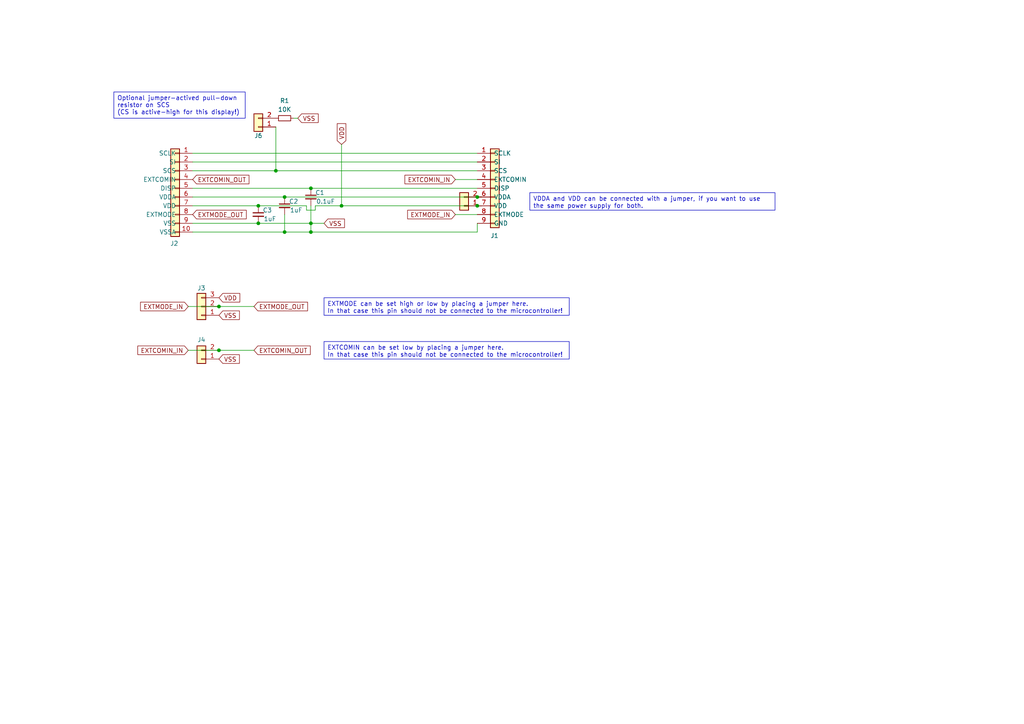
<source format=kicad_sch>
(kicad_sch (version 20231120) (generator "eeschema") (generator_version "8.0")
  (paper "A4")
  (lib_symbols
    (symbol "Connector_Generic:Conn_01x02" (pin_names (offset 1.016) hide)
      (property "Reference" "J" (at 0 2.54 0))
      (property "Value" "Conn_01x02" (at 0 -5.08 0))
      (symbol "Conn_01x02_1_1"
        (rectangle (start -1.27 -2.413) (end 0 -2.667) (stroke (width 0.1524)))
        (rectangle (start -1.27 0.127) (end 0 -0.127) (stroke (width 0.1524)))
        (rectangle (start -1.27 1.27) (end 1.27 -3.81) (stroke (width 0.254)) (fill (type background)))
        (pin passive line (at -5.08 0 0) (length 3.81) (name "Pin_1") (number "1"))
        (pin passive line (at -5.08 -2.54 0) (length 3.81) (name "Pin_2") (number "2"))
      )
    )
    (symbol "Connector_Generic:Conn_01x03" (pin_names (offset 1.016) hide)
      (property "Reference" "J" (at 0 5.08 0))
      (property "Value" "Conn_01x03" (at 0 -5.08 0))
      (symbol "Conn_01x03_1_1"
        (rectangle (start -1.27 -2.413) (end 0 -2.667) (stroke (width 0.1524)))
        (rectangle (start -1.27 0.127) (end 0 -0.127) (stroke (width 0.1524)))
        (rectangle (start -1.27 2.667) (end 0 2.413) (stroke (width 0.1524)))
        (rectangle (start -1.27 3.81) (end 1.27 -3.81) (stroke (width 0.254)) (fill (type background)))
        (pin passive line (at -5.08 2.54 0) (length 3.81) (name "Pin_1") (number "1"))
        (pin passive line (at -5.08 0 0) (length 3.81) (name "Pin_2") (number "2"))
        (pin passive line (at -5.08 -2.54 0) (length 3.81) (name "Pin_3") (number "3"))
      )
    )
    (symbol "Connector_Generic:Conn_01x09" (pin_names (offset 1.016))
      (property "Reference" "J1" (at 2.54 1.2701 0))
      (property "Value" "Conn_01x09" (at 2.54 -1.2699 0))
      (symbol "Conn_01x09_1_1"
        (rectangle (start -1.27 -10.033) (end 0 -10.287) (stroke (width 0.1524)))
        (rectangle (start -1.27 -7.493) (end 0 -7.747) (stroke (width 0.1524)))
        (rectangle (start -1.27 -4.953) (end 0 -5.207) (stroke (width 0.1524)))
        (rectangle (start -1.27 -2.413) (end 0 -2.667) (stroke (width 0.1524)))
        (rectangle (start -1.27 0.127) (end 0 -0.127) (stroke (width 0.1524)))
        (rectangle (start -1.27 2.667) (end 0 2.413) (stroke (width 0.1524)))
        (rectangle (start -1.27 5.207) (end 0 4.953) (stroke (width 0.1524)))
        (rectangle (start -1.27 7.747) (end 0 7.493) (stroke (width 0.1524)))
        (rectangle (start -1.27 10.287) (end 0 10.033) (stroke (width 0.1524)))
        (rectangle (start -1.27 11.43) (end 1.27 -11.43) (stroke (width 0.254)) (fill (type background)))
        (pin passive line (at -5.08 10.16 0) (length 3.81) (name "SCLK") (number "1"))
        (pin passive line (at -5.08 7.62 0) (length 3.81) (name "SI") (number "2"))
        (pin passive line (at -5.08 5.08 0) (length 3.81) (name "SCS") (number "3"))
        (pin passive line (at -5.08 2.54 0) (length 3.81) (name "EXTCOMIN") (number "4"))
        (pin passive line (at -5.08 0 0) (length 3.81) (name "DISP") (number "5"))
        (pin passive line (at -5.08 -2.54 0) (length 3.81) (name "VDDA") (number "6"))
        (pin passive line (at -5.08 -5.08 0) (length 3.81) (name "VDD") (number "7"))
        (pin passive line (at -5.08 -7.62 0) (length 3.81) (name "EXTMODE") (number "8"))
        (pin passive line (at -5.08 -10.16 0) (length 3.81) (name "GND") (number "9"))
      )
    )
    (symbol "Connector_Generic:Conn_01x10" (pin_names (offset 1.016))
      (property "Reference" "J2" (at 0 -19.05 0))
      (property "Value" "Conn_01x10" (at 0 -16.51 0))
      (symbol "Conn_01x10_1_1"
        (rectangle (start -1.27 -12.573) (end 0 -12.827) (stroke (width 0.1524)))
        (rectangle (start -1.27 -10.033) (end 0 -10.287) (stroke (width 0.1524)))
        (rectangle (start -1.27 -7.493) (end 0 -7.747) (stroke (width 0.1524)))
        (rectangle (start -1.27 -4.953) (end 0 -5.207) (stroke (width 0.1524)))
        (rectangle (start -1.27 -2.413) (end 0 -2.667) (stroke (width 0.1524)))
        (rectangle (start -1.27 0.127) (end 0 -0.127) (stroke (width 0.1524)))
        (rectangle (start -1.27 2.667) (end 0 2.413) (stroke (width 0.1524)))
        (rectangle (start -1.27 5.207) (end 0 4.953) (stroke (width 0.1524)))
        (rectangle (start -1.27 7.747) (end 0 7.493) (stroke (width 0.1524)))
        (rectangle (start -1.27 10.287) (end 0 10.033) (stroke (width 0.1524)))
        (rectangle (start -1.27 11.43) (end 1.27 -13.97) (stroke (width 0.254)) (fill (type background)))
        (pin input line (at -5.08 10.16 0) (length 3.81) (name "SCLK") (number "1"))
        (pin power_in line (at -5.08 -12.7 0) (length 3.81) (name "VSSA") (number "10"))
        (pin input line (at -5.08 7.62 0) (length 3.81) (name "SI") (number "2"))
        (pin input line (at -5.08 5.08 0) (length 3.81) (name "SCS") (number "3"))
        (pin input line (at -5.08 2.54 0) (length 3.81) (name "EXTCOMIN") (number "4"))
        (pin input line (at -5.08 0 0) (length 3.81) (name "DISP") (number "5"))
        (pin power_in line (at -5.08 -2.54 0) (length 3.81) (name "VDDA") (number "6"))
        (pin power_in line (at -5.08 -5.08 0) (length 3.81) (name "VDD") (number "7"))
        (pin input line (at -5.08 -7.62 0) (length 3.81) (name "EXTMODE") (number "8"))
        (pin power_in line (at -5.08 -10.16 0) (length 3.81) (name "VSS") (number "9"))
      )
    )
    (symbol "Device:C_Small" (pin_numbers hide) (pin_names (offset 0.254) hide)
      (property "Reference" "C" (at 0.254 1.778 0))
      (property "Value" "C_Small" (at 0.254 -2.032 0))
      (symbol "C_Small_0_1"
        (polyline (pts (xy -1.524 -0.508) (xy 1.524 -0.508)) (stroke (width 0.3302)))
        (polyline (pts (xy -1.524 0.508) (xy 1.524 0.508)) (stroke (width 0.3048)))
      )
      (symbol "C_Small_1_1"
        (pin passive line (at 0 2.54 270) (length 2.032) (name "~") (number "1"))
        (pin passive line (at 0 -2.54 90) (length 2.032) (name "~") (number "2"))
      )
    )
    (symbol "Device:R_Small" (pin_numbers hide) (pin_names (offset 0.254) hide)
      (property "Reference" "R" (at 0.762 0.508 0))
      (property "Value" "R_Small" (at 0.762 -1.016 0))
      (symbol "R_Small_0_1"
        (rectangle (start -0.762 1.778) (end 0.762 -1.778) (stroke (width 0.2032)))
      )
      (symbol "R_Small_1_1"
        (pin passive line (at 0 2.54 270) (length 0.762) (name "~") (number "1"))
        (pin passive line (at 0 -2.54 90) (length 0.762) (name "~") (number "2"))
      )
    )
  )
  (junction (at 90.17 67.31))
  (junction (at 99.06 59.69))
  (junction (at 63.5 101.6))
  (junction (at 82.55 57.15))
  (junction (at 82.55 67.31))
  (junction (at 74.93 64.77))
  (junction (at 90.17 54.61))
  (junction (at 80.01 49.53))
  (junction (at 138.43 59.69))
  (junction (at 90.17 64.77))
  (junction (at 63.5 88.9))
  (junction (at 138.43 57.15))
  (junction (at 74.93 59.69))
  (wire (pts (xy 55.88 64.77) (xy 74.93 64.77)))
  (wire (pts (xy 74.93 64.77) (xy 90.17 64.77)))
  (wire (pts (xy 63.5 101.6) (xy 73.66 101.6)))
  (wire (pts (xy 90.17 64.77) (xy 90.17 67.31)))
  (wire (pts (xy 55.88 67.31) (xy 82.55 67.31)))
  (wire (pts (xy 80.01 49.53) (xy 138.43 49.53)))
  (wire (pts (xy 99.06 59.69) (xy 138.43 59.69)))
  (wire (pts (xy 55.88 59.69) (xy 74.93 59.69)))
  (wire (pts (xy 91.44 59.69) (xy 99.06 59.69)))
  (wire (pts (xy 55.88 44.45) (xy 138.43 44.45)))
  (wire (pts (xy 63.5 88.9) (xy 73.66 88.9)))
  (wire (pts (xy 55.88 46.99) (xy 138.43 46.99)))
  (wire (pts (xy 80.01 36.83) (xy 80.01 49.53)))
  (wire (pts (xy 55.88 49.53) (xy 80.01 49.53)))
  (wire (pts (xy 132.08 62.23) (xy 138.43 62.23)))
  (wire (pts (xy 139.7 57.15) (xy 138.43 57.15)))
  (wire (pts (xy 90.17 54.61) (xy 138.43 54.61)))
  (wire (pts (xy 54.61 101.6) (xy 63.5 101.6)))
  (wire (pts (xy 90.17 67.31) (xy 138.43 67.31)))
  (wire (pts (xy 138.43 64.77) (xy 138.43 67.31)))
  (wire (pts (xy 139.7 59.69) (xy 138.43 59.69)))
  (wire (pts (xy 54.61 88.9) (xy 63.5 88.9)))
  (wire (pts (xy 74.93 59.69) (xy 88.9 59.69)))
  (wire (pts (xy 88.9 59.69) (xy 88.9 60.96)))
  (wire (pts (xy 99.06 41.91) (xy 99.06 59.69)))
  (wire (pts (xy 88.9 60.96) (xy 91.44 60.96)))
  (wire (pts (xy 82.55 57.15) (xy 138.43 57.15)))
  (wire (pts (xy 55.88 57.15) (xy 82.55 57.15)))
  (wire (pts (xy 132.08 52.07) (xy 138.43 52.07)))
  (wire (pts (xy 55.88 54.61) (xy 90.17 54.61)))
  (wire (pts (xy 85.09 34.29) (xy 86.36 34.29)))
  (wire (pts (xy 82.55 67.31) (xy 90.17 67.31)))
  (wire (pts (xy 90.17 59.69) (xy 90.17 64.77)))
  (wire (pts (xy 90.17 64.77) (xy 93.98 64.77)))
  (wire (pts (xy 82.55 62.23) (xy 82.55 67.31)))
  (wire (pts (xy 91.44 59.69) (xy 91.44 60.96)))
  (text_box "VDDA and VDD can be connected with a jumper, if you want to use the same power supply for both." (at 153.67 55.88 0) (size 71.12 5.08) (effects (font (size 1.27 1.27)) (justify left top)))
  (text_box "EXTMODE can be set high or low by placing a jumper here.\nIn that case this pin should not be connected to the microcontroller!" (at 93.98 86.36 0) (size 71.12 5.08) (effects (font (size 1.27 1.27)) (justify left top)))
  (text_box "Optional jumper-actived pull-down resistor on SCS \n(CS is active-high for this display!)" (at 33.02 26.67 0) (size 38.1 7.62) (effects (font (size 1.27 1.27)) (justify left top)))
  (text_box "EXTCOMIN can be set low by placing a jumper here.\nIn that case this pin should not be connected to the microcontroller!" (at 93.98 99.06 0) (size 71.12 5.08) (effects (font (size 1.27 1.27)) (justify left top)))
  (global_label "EXTCOMIN_OUT" (shape input) (at 73.66 101.6 0) (property "Intersheetrefs" "${INTERSHEET_REFS}" (effects (hide yes))))
  (global_label "VSS" (shape input) (at 63.5 104.14 0) (property "Intersheetrefs" "${INTERSHEET_REFS}" (effects (hide yes))))
  (global_label "EXTMODE_OUT" (shape input) (at 55.88 62.23 0) (property "Intersheetrefs" "${INTERSHEET_REFS}" (effects (hide yes))))
  (global_label "VSS" (shape input) (at 63.5 91.44 0) (property "Intersheetrefs" "${INTERSHEET_REFS}" (effects (hide yes))))
  (global_label "VDD" (shape input) (at 99.06 41.91 90) (property "Intersheetrefs" "${INTERSHEET_REFS}" (effects (hide yes))))
  (global_label "EXTMODE_OUT" (shape input) (at 73.66 88.9 0) (property "Intersheetrefs" "${INTERSHEET_REFS}" (effects (hide yes))))
  (global_label "EXTCOMIN_IN" (shape input) (at 54.61 101.6 180) (property "Intersheetrefs" "${INTERSHEET_REFS}" (effects (hide yes))))
  (global_label "VSS" (shape input) (at 93.98 64.77 0) (property "Intersheetrefs" "${INTERSHEET_REFS}" (effects (hide yes))))
  (global_label "VDD" (shape input) (at 63.5 86.36 0) (property "Intersheetrefs" "${INTERSHEET_REFS}" (effects (hide yes))))
  (global_label "VSS" (shape input) (at 86.36 34.29 0) (property "Intersheetrefs" "${INTERSHEET_REFS}" (effects (hide yes))))
  (global_label "EXTCOMIN_OUT" (shape input) (at 55.88 52.07 0) (property "Intersheetrefs" "${INTERSHEET_REFS}" (effects (hide yes))))
  (global_label "EXTCOMIN_IN" (shape input) (at 132.08 52.07 180) (property "Intersheetrefs" "${INTERSHEET_REFS}" (effects (hide yes))))
  (global_label "EXTMODE_IN" (shape input) (at 54.61 88.9 180) (property "Intersheetrefs" "${INTERSHEET_REFS}" (effects (hide yes))))
  (global_label "EXTMODE_IN" (shape input) (at 132.08 62.23 180) (property "Intersheetrefs" "${INTERSHEET_REFS}" (effects (hide yes))))
  (symbol (lib_id "Connector_Generic:Conn_01x10") (at 50.8 54.61 0) (mirror y) (unit 1)
    (property "Reference" "J2" (at 50.546 70.612 0))
    (property "Value" "Conn_01x10" (effects (hide yes)))
    (property "Footprint" "503480-1000:5034801000" (effects (hide yes)))
    (property "Description" "Generic connector, single row, 01x10, script generated (kicad-library-utils/schlib/autogen/connector/)" (effects (hide yes)))
  )
  (symbol (lib_id "Connector_Generic:Conn_01x02") (at 134.62 59.69 180) (unit 1)
    (property "Reference" "J5" (effects (hide yes)))
    (property "Value" "Conn_01x02" (effects (hide yes)))
    (property "Footprint" "Connector_PinHeader_2.54mm:PinHeader_1x02_P2.54mm_Vertical" (effects (hide yes)))
    (property "Description" "Generic connector, single row, 01x02, script generated (kicad-library-utils/schlib/autogen/connector/)" (effects (hide yes)))
  )
  (symbol (lib_id "Device:C_Small") (at 90.17 57.15 0) (unit 1)
    (property "Reference" "C1" (at 91.44 55.88 0) (effects (justify left)))
    (property "Value" "0.1uF" (at 91.694 58.42 0) (effects (justify left)))
    (property "Footprint" "Capacitor_SMD:C_0603_1608Metric_Pad1.08x0.95mm_HandSolder" (effects (hide yes)))
    (property "Description" "Unpolarized capacitor, small symbol" (effects (hide yes)))
  )
  (symbol (lib_id "Connector_Generic:Conn_01x02") (at 58.42 104.14 180) (unit 1)
    (property "Reference" "J4" (at 58.42 98.552 0))
    (property "Value" "Conn_01x02" (effects (hide yes)))
    (property "Footprint" "Connector_PinHeader_2.54mm:PinHeader_1x02_P2.54mm_Vertical" (effects (hide yes)))
    (property "Description" "Generic connector, single row, 01x02, script generated (kicad-library-utils/schlib/autogen/connector/)" (effects (hide yes)))
  )
  (symbol (lib_id "Device:C_Small") (at 74.93 62.23 0) (unit 1)
    (property "Reference" "C3" (at 76.2 60.96 0) (effects (justify left)))
    (property "Value" "1uF" (at 76.454 63.5 0) (effects (justify left)))
    (property "Footprint" "Capacitor_SMD:C_0603_1608Metric_Pad1.08x0.95mm_HandSolder" (effects (hide yes)))
    (property "Description" "Unpolarized capacitor, small symbol" (effects (hide yes)))
  )
  (symbol (lib_id "Device:R_Small") (at 82.55 34.29 90) (unit 1)
    (property "Reference" "R1" (at 82.55 29.21 90))
    (property "Value" "10K" (at 82.55 31.75 90))
    (property "Footprint" "Resistor_SMD:R_0603_1608Metric_Pad0.98x0.95mm_HandSolder" (effects (hide yes)))
    (property "Description" "Resistor, small symbol" (effects (hide yes)))
  )
  (symbol (lib_id "Connector_Generic:Conn_01x03") (at 58.42 88.9 180) (unit 1)
    (property "Reference" "J3" (at 58.42 83.566 0))
    (property "Value" "Conn_01x03" (effects (hide yes)))
    (property "Footprint" "Connector_PinHeader_2.54mm:PinHeader_1x03_P2.54mm_Vertical" (effects (hide yes)))
    (property "Description" "Generic connector, single row, 01x03, script generated (kicad-library-utils/schlib/autogen/connector/)" (effects (hide yes)))
  )
  (symbol (lib_id "Device:C_Small") (at 82.55 59.69 0) (unit 1)
    (property "Reference" "C2" (at 83.82 58.42 0) (effects (justify left)))
    (property "Value" "1uF" (at 84.074 60.96 0) (effects (justify left)))
    (property "Footprint" "Capacitor_SMD:C_0603_1608Metric_Pad1.08x0.95mm_HandSolder" (effects (hide yes)))
    (property "Description" "Unpolarized capacitor, small symbol" (effects (hide yes)))
  )
  (symbol (lib_id "Connector_Generic:Conn_01x02") (at 74.93 36.83 180) (unit 1)
    (property "Reference" "J6" (at 74.93 39.37 0))
    (property "Value" "Conn_01x02" (effects (hide yes)))
    (property "Footprint" "Connector_PinHeader_2.54mm:PinHeader_1x02_P2.54mm_Vertical" (effects (hide yes)))
    (property "Description" "Generic connector, single row, 01x02, script generated (kicad-library-utils/schlib/autogen/connector/)" (effects (hide yes)))
  )
  (symbol (lib_id "Connector_Generic:Conn_01x09") (at 143.51 54.61 0) (unit 1)
    (property "Reference" "J1" (at 142.24 69.088 0) (effects (justify left bottom)))
    (property "Value" "Conn_01x09" (effects (hide yes)))
    (property "Footprint" "Connector_PinHeader_2.54mm:PinHeader_1x09_P2.54mm_Horizontal" (effects (hide yes)))
    (property "Description" "Generic connector, single row, 01x09, script generated (kicad-library-utils/schlib/autogen/connector/)" (effects (hide yes)))
  )
)
</source>
